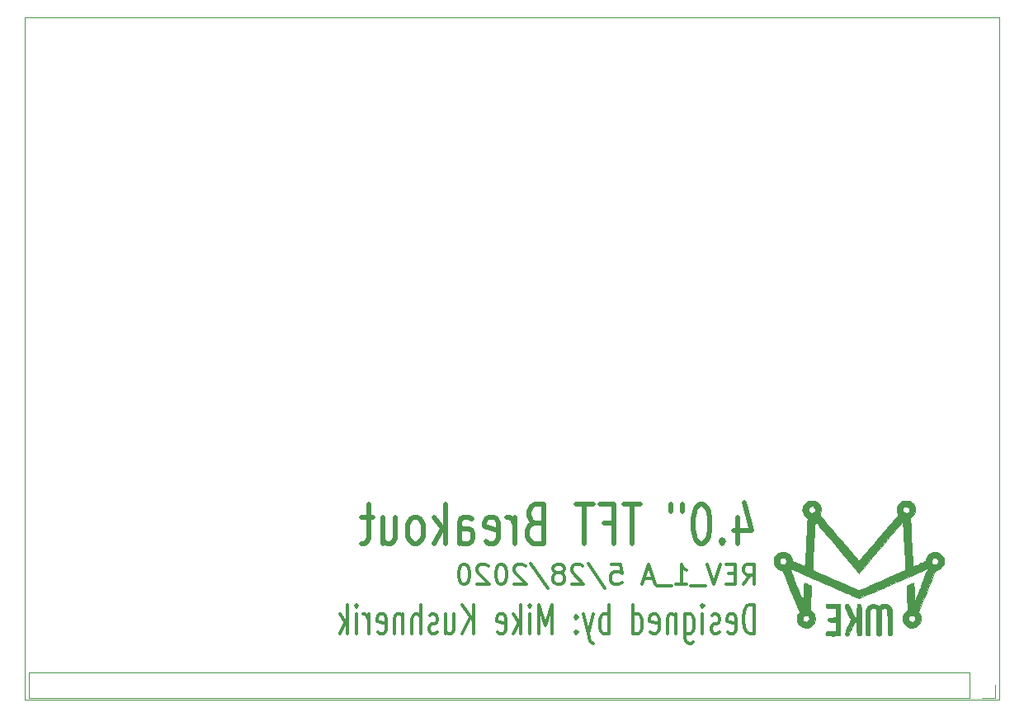
<source format=gbr>
G04 #@! TF.GenerationSoftware,KiCad,Pcbnew,(5.1.5)-3*
G04 #@! TF.CreationDate,2020-05-28T15:24:43-05:00*
G04 #@! TF.ProjectId,TFT Breakout 39P,54465420-4272-4656-916b-6f7574203339,rev?*
G04 #@! TF.SameCoordinates,Original*
G04 #@! TF.FileFunction,Legend,Bot*
G04 #@! TF.FilePolarity,Positive*
%FSLAX46Y46*%
G04 Gerber Fmt 4.6, Leading zero omitted, Abs format (unit mm)*
G04 Created by KiCad (PCBNEW (5.1.5)-3) date 2020-05-28 15:24:43*
%MOMM*%
%LPD*%
G04 APERTURE LIST*
%ADD10C,0.500000*%
%ADD11C,0.300000*%
G04 #@! TA.AperFunction,Profile*
%ADD12C,0.050000*%
G04 #@! TD*
%ADD13C,0.010000*%
%ADD14C,0.120000*%
G04 APERTURE END LIST*
D10*
X173166600Y-111289057D02*
X173166600Y-113955723D01*
X173880886Y-109765247D02*
X174595171Y-112622390D01*
X172738029Y-112622390D01*
X171595172Y-113574771D02*
X171452315Y-113765247D01*
X171595172Y-113955723D01*
X171738029Y-113765247D01*
X171595172Y-113574771D01*
X171595172Y-113955723D01*
X169595173Y-109955723D02*
X169309459Y-109955723D01*
X169023744Y-110146200D01*
X168880887Y-110336676D01*
X168738030Y-110717628D01*
X168595173Y-111479533D01*
X168595173Y-112431914D01*
X168738030Y-113193819D01*
X168880887Y-113574771D01*
X169023744Y-113765247D01*
X169309459Y-113955723D01*
X169595173Y-113955723D01*
X169880887Y-113765247D01*
X170023744Y-113574771D01*
X170166601Y-113193819D01*
X170309458Y-112431914D01*
X170309458Y-111479533D01*
X170166601Y-110717628D01*
X170023744Y-110336676D01*
X169880887Y-110146200D01*
X169595173Y-109955723D01*
X167452316Y-109955723D02*
X167452316Y-110717628D01*
X166309460Y-109955723D02*
X166309460Y-110717628D01*
X163166604Y-109955723D02*
X161452318Y-109955723D01*
X162309461Y-113955723D02*
X162309461Y-109955723D01*
X159452319Y-111860485D02*
X160452319Y-111860485D01*
X160452319Y-113955723D02*
X160452319Y-109955723D01*
X159023748Y-109955723D01*
X158309462Y-109955723D02*
X156595177Y-109955723D01*
X157452320Y-113955723D02*
X157452320Y-109955723D01*
X152309464Y-111860485D02*
X151880893Y-112050961D01*
X151738036Y-112241438D01*
X151595179Y-112622390D01*
X151595179Y-113193819D01*
X151738036Y-113574771D01*
X151880893Y-113765247D01*
X152166607Y-113955723D01*
X153309464Y-113955723D01*
X153309464Y-109955723D01*
X152309464Y-109955723D01*
X152023750Y-110146200D01*
X151880893Y-110336676D01*
X151738036Y-110717628D01*
X151738036Y-111098580D01*
X151880893Y-111479533D01*
X152023750Y-111670009D01*
X152309464Y-111860485D01*
X153309464Y-111860485D01*
X150309465Y-113955723D02*
X150309465Y-111289057D01*
X150309465Y-112050961D02*
X150166608Y-111670009D01*
X150023751Y-111479533D01*
X149738037Y-111289057D01*
X149452322Y-111289057D01*
X147309466Y-113765247D02*
X147595180Y-113955723D01*
X148166609Y-113955723D01*
X148452323Y-113765247D01*
X148595180Y-113384295D01*
X148595180Y-111860485D01*
X148452323Y-111479533D01*
X148166609Y-111289057D01*
X147595180Y-111289057D01*
X147309466Y-111479533D01*
X147166609Y-111860485D01*
X147166609Y-112241438D01*
X148595180Y-112622390D01*
X144595181Y-113955723D02*
X144595181Y-111860485D01*
X144738038Y-111479533D01*
X145023752Y-111289057D01*
X145595181Y-111289057D01*
X145880895Y-111479533D01*
X144595181Y-113765247D02*
X144880895Y-113955723D01*
X145595181Y-113955723D01*
X145880895Y-113765247D01*
X146023752Y-113384295D01*
X146023752Y-113003342D01*
X145880895Y-112622390D01*
X145595181Y-112431914D01*
X144880895Y-112431914D01*
X144595181Y-112241438D01*
X143166610Y-113955723D02*
X143166610Y-109955723D01*
X142880896Y-112431914D02*
X142023753Y-113955723D01*
X142023753Y-111289057D02*
X143166610Y-112812866D01*
X140309468Y-113955723D02*
X140595182Y-113765247D01*
X140738040Y-113574771D01*
X140880897Y-113193819D01*
X140880897Y-112050961D01*
X140738040Y-111670009D01*
X140595182Y-111479533D01*
X140309468Y-111289057D01*
X139880897Y-111289057D01*
X139595183Y-111479533D01*
X139452326Y-111670009D01*
X139309469Y-112050961D01*
X139309469Y-113193819D01*
X139452326Y-113574771D01*
X139595183Y-113765247D01*
X139880897Y-113955723D01*
X140309468Y-113955723D01*
X136738041Y-111289057D02*
X136738041Y-113955723D01*
X138023755Y-111289057D02*
X138023755Y-113384295D01*
X137880898Y-113765247D01*
X137595183Y-113955723D01*
X137166612Y-113955723D01*
X136880898Y-113765247D01*
X136738041Y-113574771D01*
X135738041Y-111289057D02*
X134595184Y-111289057D01*
X135309470Y-109955723D02*
X135309470Y-113384295D01*
X135166613Y-113765247D01*
X134880899Y-113955723D01*
X134595184Y-113955723D01*
D11*
X174896609Y-123231542D02*
X174896609Y-120231542D01*
X174420419Y-120231542D01*
X174134704Y-120374400D01*
X173944228Y-120660114D01*
X173848990Y-120945828D01*
X173753752Y-121517257D01*
X173753752Y-121945828D01*
X173848990Y-122517257D01*
X173944228Y-122802971D01*
X174134704Y-123088685D01*
X174420419Y-123231542D01*
X174896609Y-123231542D01*
X172134704Y-123088685D02*
X172325180Y-123231542D01*
X172706133Y-123231542D01*
X172896609Y-123088685D01*
X172991847Y-122802971D01*
X172991847Y-121660114D01*
X172896609Y-121374400D01*
X172706133Y-121231542D01*
X172325180Y-121231542D01*
X172134704Y-121374400D01*
X172039466Y-121660114D01*
X172039466Y-121945828D01*
X172991847Y-122231542D01*
X171277561Y-123088685D02*
X171087085Y-123231542D01*
X170706133Y-123231542D01*
X170515657Y-123088685D01*
X170420419Y-122802971D01*
X170420419Y-122660114D01*
X170515657Y-122374400D01*
X170706133Y-122231542D01*
X170991847Y-122231542D01*
X171182323Y-122088685D01*
X171277561Y-121802971D01*
X171277561Y-121660114D01*
X171182323Y-121374400D01*
X170991847Y-121231542D01*
X170706133Y-121231542D01*
X170515657Y-121374400D01*
X169563276Y-123231542D02*
X169563276Y-121231542D01*
X169563276Y-120231542D02*
X169658514Y-120374400D01*
X169563276Y-120517257D01*
X169468038Y-120374400D01*
X169563276Y-120231542D01*
X169563276Y-120517257D01*
X167753752Y-121231542D02*
X167753752Y-123660114D01*
X167848990Y-123945828D01*
X167944228Y-124088685D01*
X168134704Y-124231542D01*
X168420419Y-124231542D01*
X168610895Y-124088685D01*
X167753752Y-123088685D02*
X167944228Y-123231542D01*
X168325180Y-123231542D01*
X168515657Y-123088685D01*
X168610895Y-122945828D01*
X168706133Y-122660114D01*
X168706133Y-121802971D01*
X168610895Y-121517257D01*
X168515657Y-121374400D01*
X168325180Y-121231542D01*
X167944228Y-121231542D01*
X167753752Y-121374400D01*
X166801371Y-121231542D02*
X166801371Y-123231542D01*
X166801371Y-121517257D02*
X166706133Y-121374400D01*
X166515657Y-121231542D01*
X166229942Y-121231542D01*
X166039466Y-121374400D01*
X165944228Y-121660114D01*
X165944228Y-123231542D01*
X164229942Y-123088685D02*
X164420419Y-123231542D01*
X164801371Y-123231542D01*
X164991847Y-123088685D01*
X165087085Y-122802971D01*
X165087085Y-121660114D01*
X164991847Y-121374400D01*
X164801371Y-121231542D01*
X164420419Y-121231542D01*
X164229942Y-121374400D01*
X164134704Y-121660114D01*
X164134704Y-121945828D01*
X165087085Y-122231542D01*
X162420419Y-123231542D02*
X162420419Y-120231542D01*
X162420419Y-123088685D02*
X162610895Y-123231542D01*
X162991847Y-123231542D01*
X163182323Y-123088685D01*
X163277561Y-122945828D01*
X163372800Y-122660114D01*
X163372800Y-121802971D01*
X163277561Y-121517257D01*
X163182323Y-121374400D01*
X162991847Y-121231542D01*
X162610895Y-121231542D01*
X162420419Y-121374400D01*
X159944228Y-123231542D02*
X159944228Y-120231542D01*
X159944228Y-121374400D02*
X159753752Y-121231542D01*
X159372800Y-121231542D01*
X159182323Y-121374400D01*
X159087085Y-121517257D01*
X158991847Y-121802971D01*
X158991847Y-122660114D01*
X159087085Y-122945828D01*
X159182323Y-123088685D01*
X159372800Y-123231542D01*
X159753752Y-123231542D01*
X159944228Y-123088685D01*
X158325180Y-121231542D02*
X157848990Y-123231542D01*
X157372800Y-121231542D02*
X157848990Y-123231542D01*
X158039466Y-123945828D01*
X158134704Y-124088685D01*
X158325180Y-124231542D01*
X156610895Y-122945828D02*
X156515657Y-123088685D01*
X156610895Y-123231542D01*
X156706133Y-123088685D01*
X156610895Y-122945828D01*
X156610895Y-123231542D01*
X156610895Y-121374400D02*
X156515657Y-121517257D01*
X156610895Y-121660114D01*
X156706133Y-121517257D01*
X156610895Y-121374400D01*
X156610895Y-121660114D01*
X154134704Y-123231542D02*
X154134704Y-120231542D01*
X153468038Y-122374400D01*
X152801371Y-120231542D01*
X152801371Y-123231542D01*
X151848990Y-123231542D02*
X151848990Y-121231542D01*
X151848990Y-120231542D02*
X151944228Y-120374400D01*
X151848990Y-120517257D01*
X151753752Y-120374400D01*
X151848990Y-120231542D01*
X151848990Y-120517257D01*
X150896609Y-123231542D02*
X150896609Y-120231542D01*
X150706133Y-122088685D02*
X150134704Y-123231542D01*
X150134704Y-121231542D02*
X150896609Y-122374400D01*
X148515657Y-123088685D02*
X148706133Y-123231542D01*
X149087085Y-123231542D01*
X149277561Y-123088685D01*
X149372800Y-122802971D01*
X149372800Y-121660114D01*
X149277561Y-121374400D01*
X149087085Y-121231542D01*
X148706133Y-121231542D01*
X148515657Y-121374400D01*
X148420419Y-121660114D01*
X148420419Y-121945828D01*
X149372800Y-122231542D01*
X146039466Y-123231542D02*
X146039466Y-120231542D01*
X144896609Y-123231542D02*
X145753752Y-121517257D01*
X144896609Y-120231542D02*
X146039466Y-121945828D01*
X143182323Y-121231542D02*
X143182323Y-123231542D01*
X144039466Y-121231542D02*
X144039466Y-122802971D01*
X143944228Y-123088685D01*
X143753752Y-123231542D01*
X143468038Y-123231542D01*
X143277561Y-123088685D01*
X143182323Y-122945828D01*
X142325180Y-123088685D02*
X142134704Y-123231542D01*
X141753752Y-123231542D01*
X141563276Y-123088685D01*
X141468038Y-122802971D01*
X141468038Y-122660114D01*
X141563276Y-122374400D01*
X141753752Y-122231542D01*
X142039466Y-122231542D01*
X142229942Y-122088685D01*
X142325180Y-121802971D01*
X142325180Y-121660114D01*
X142229942Y-121374400D01*
X142039466Y-121231542D01*
X141753752Y-121231542D01*
X141563276Y-121374400D01*
X140610895Y-123231542D02*
X140610895Y-120231542D01*
X139753752Y-123231542D02*
X139753752Y-121660114D01*
X139848990Y-121374400D01*
X140039466Y-121231542D01*
X140325180Y-121231542D01*
X140515657Y-121374400D01*
X140610895Y-121517257D01*
X138801371Y-121231542D02*
X138801371Y-123231542D01*
X138801371Y-121517257D02*
X138706133Y-121374400D01*
X138515657Y-121231542D01*
X138229942Y-121231542D01*
X138039466Y-121374400D01*
X137944228Y-121660114D01*
X137944228Y-123231542D01*
X136229942Y-123088685D02*
X136420419Y-123231542D01*
X136801371Y-123231542D01*
X136991847Y-123088685D01*
X137087085Y-122802971D01*
X137087085Y-121660114D01*
X136991847Y-121374400D01*
X136801371Y-121231542D01*
X136420419Y-121231542D01*
X136229942Y-121374400D01*
X136134704Y-121660114D01*
X136134704Y-121945828D01*
X137087085Y-122231542D01*
X135277561Y-123231542D02*
X135277561Y-121231542D01*
X135277561Y-121802971D02*
X135182323Y-121517257D01*
X135087085Y-121374400D01*
X134896609Y-121231542D01*
X134706133Y-121231542D01*
X134039466Y-123231542D02*
X134039466Y-121231542D01*
X134039466Y-120231542D02*
X134134704Y-120374400D01*
X134039466Y-120517257D01*
X133944228Y-120374400D01*
X134039466Y-120231542D01*
X134039466Y-120517257D01*
X133087085Y-123231542D02*
X133087085Y-120231542D01*
X132896609Y-122088685D02*
X132325180Y-123231542D01*
X132325180Y-121231542D02*
X133087085Y-122374400D01*
X173753752Y-118130961D02*
X174420419Y-117178580D01*
X174896609Y-118130961D02*
X174896609Y-116130961D01*
X174134704Y-116130961D01*
X173944228Y-116226200D01*
X173848990Y-116321438D01*
X173753752Y-116511914D01*
X173753752Y-116797628D01*
X173848990Y-116988104D01*
X173944228Y-117083342D01*
X174134704Y-117178580D01*
X174896609Y-117178580D01*
X172896609Y-117083342D02*
X172229942Y-117083342D01*
X171944228Y-118130961D02*
X172896609Y-118130961D01*
X172896609Y-116130961D01*
X171944228Y-116130961D01*
X171372800Y-116130961D02*
X170706133Y-118130961D01*
X170039466Y-116130961D01*
X169848990Y-118321438D02*
X168325180Y-118321438D01*
X166801371Y-118130961D02*
X167944228Y-118130961D01*
X167372800Y-118130961D02*
X167372800Y-116130961D01*
X167563276Y-116416676D01*
X167753752Y-116607152D01*
X167944228Y-116702390D01*
X166420419Y-118321438D02*
X164896609Y-118321438D01*
X164515657Y-117559533D02*
X163563276Y-117559533D01*
X164706133Y-118130961D02*
X164039466Y-116130961D01*
X163372800Y-118130961D01*
X160229942Y-116130961D02*
X161182323Y-116130961D01*
X161277561Y-117083342D01*
X161182323Y-116988104D01*
X160991847Y-116892866D01*
X160515657Y-116892866D01*
X160325180Y-116988104D01*
X160229942Y-117083342D01*
X160134704Y-117273819D01*
X160134704Y-117750009D01*
X160229942Y-117940485D01*
X160325180Y-118035723D01*
X160515657Y-118130961D01*
X160991847Y-118130961D01*
X161182323Y-118035723D01*
X161277561Y-117940485D01*
X157848990Y-116035723D02*
X159563276Y-118607152D01*
X157277561Y-116321438D02*
X157182323Y-116226200D01*
X156991847Y-116130961D01*
X156515657Y-116130961D01*
X156325180Y-116226200D01*
X156229942Y-116321438D01*
X156134704Y-116511914D01*
X156134704Y-116702390D01*
X156229942Y-116988104D01*
X157372800Y-118130961D01*
X156134704Y-118130961D01*
X154991847Y-116988104D02*
X155182323Y-116892866D01*
X155277561Y-116797628D01*
X155372800Y-116607152D01*
X155372800Y-116511914D01*
X155277561Y-116321438D01*
X155182323Y-116226200D01*
X154991847Y-116130961D01*
X154610895Y-116130961D01*
X154420419Y-116226200D01*
X154325180Y-116321438D01*
X154229942Y-116511914D01*
X154229942Y-116607152D01*
X154325180Y-116797628D01*
X154420419Y-116892866D01*
X154610895Y-116988104D01*
X154991847Y-116988104D01*
X155182323Y-117083342D01*
X155277561Y-117178580D01*
X155372800Y-117369057D01*
X155372800Y-117750009D01*
X155277561Y-117940485D01*
X155182323Y-118035723D01*
X154991847Y-118130961D01*
X154610895Y-118130961D01*
X154420419Y-118035723D01*
X154325180Y-117940485D01*
X154229942Y-117750009D01*
X154229942Y-117369057D01*
X154325180Y-117178580D01*
X154420419Y-117083342D01*
X154610895Y-116988104D01*
X151944228Y-116035723D02*
X153658514Y-118607152D01*
X151372800Y-116321438D02*
X151277561Y-116226200D01*
X151087085Y-116130961D01*
X150610895Y-116130961D01*
X150420419Y-116226200D01*
X150325180Y-116321438D01*
X150229942Y-116511914D01*
X150229942Y-116702390D01*
X150325180Y-116988104D01*
X151468038Y-118130961D01*
X150229942Y-118130961D01*
X148991847Y-116130961D02*
X148801371Y-116130961D01*
X148610895Y-116226200D01*
X148515657Y-116321438D01*
X148420419Y-116511914D01*
X148325180Y-116892866D01*
X148325180Y-117369057D01*
X148420419Y-117750009D01*
X148515657Y-117940485D01*
X148610895Y-118035723D01*
X148801371Y-118130961D01*
X148991847Y-118130961D01*
X149182323Y-118035723D01*
X149277561Y-117940485D01*
X149372800Y-117750009D01*
X149468038Y-117369057D01*
X149468038Y-116892866D01*
X149372800Y-116511914D01*
X149277561Y-116321438D01*
X149182323Y-116226200D01*
X148991847Y-116130961D01*
X147563276Y-116321438D02*
X147468038Y-116226200D01*
X147277561Y-116130961D01*
X146801371Y-116130961D01*
X146610895Y-116226200D01*
X146515657Y-116321438D01*
X146420419Y-116511914D01*
X146420419Y-116702390D01*
X146515657Y-116988104D01*
X147658514Y-118130961D01*
X146420419Y-118130961D01*
X145182323Y-116130961D02*
X144991847Y-116130961D01*
X144801371Y-116226200D01*
X144706133Y-116321438D01*
X144610895Y-116511914D01*
X144515657Y-116892866D01*
X144515657Y-117369057D01*
X144610895Y-117750009D01*
X144706133Y-117940485D01*
X144801371Y-118035723D01*
X144991847Y-118130961D01*
X145182323Y-118130961D01*
X145372800Y-118035723D01*
X145468038Y-117940485D01*
X145563276Y-117750009D01*
X145658514Y-117369057D01*
X145658514Y-116892866D01*
X145563276Y-116511914D01*
X145468038Y-116321438D01*
X145372800Y-116226200D01*
X145182323Y-116130961D01*
D12*
X200000000Y-60000000D02*
X100000000Y-60000000D01*
X200000000Y-130000000D02*
X200000000Y-60000000D01*
X100000000Y-130000000D02*
X100000000Y-60000000D01*
X100000000Y-130000000D02*
X200000000Y-130000000D01*
D13*
G04 #@! TO.C,G\002A\002A\002A*
G36*
X188013378Y-120180578D02*
G01*
X187810731Y-120268426D01*
X187746282Y-120311862D01*
X187672328Y-120360078D01*
X187628004Y-120366292D01*
X187601282Y-120344764D01*
X187549985Y-120306149D01*
X187459107Y-120256269D01*
X187387444Y-120223063D01*
X187172675Y-120164397D01*
X186959444Y-120167101D01*
X186758563Y-120225712D01*
X186580844Y-120334766D01*
X186437098Y-120488798D01*
X186338138Y-120682347D01*
X186314491Y-120765267D01*
X186305236Y-120839859D01*
X186297366Y-120969793D01*
X186290892Y-121145305D01*
X186285826Y-121356630D01*
X186282182Y-121594004D01*
X186279971Y-121847662D01*
X186279206Y-122107839D01*
X186279899Y-122364771D01*
X186282062Y-122608693D01*
X186285707Y-122829841D01*
X186290847Y-123018449D01*
X186297495Y-123164755D01*
X186305661Y-123258992D01*
X186311320Y-123286545D01*
X186378709Y-123383021D01*
X186478013Y-123425053D01*
X186593718Y-123406547D01*
X186604496Y-123401661D01*
X186701467Y-123355214D01*
X186718400Y-122074357D01*
X186735334Y-120793501D01*
X186845934Y-120694717D01*
X186975099Y-120616800D01*
X187110760Y-120597262D01*
X187237762Y-120633569D01*
X187340949Y-120723186D01*
X187377168Y-120783544D01*
X187391372Y-120822339D01*
X187402836Y-120877300D01*
X187411837Y-120955320D01*
X187418650Y-121063295D01*
X187423549Y-121208118D01*
X187426809Y-121396685D01*
X187428707Y-121635889D01*
X187429517Y-121932626D01*
X187429600Y-122097193D01*
X187429600Y-123300350D01*
X187518834Y-123370542D01*
X187592029Y-123418999D01*
X187647657Y-123440655D01*
X187649734Y-123440733D01*
X187703323Y-123421206D01*
X187776353Y-123373871D01*
X187780633Y-123370542D01*
X187869867Y-123300350D01*
X187869867Y-122081927D01*
X187870149Y-121742310D01*
X187871557Y-121463865D01*
X187874931Y-121240032D01*
X187881112Y-121064249D01*
X187890942Y-120929955D01*
X187905262Y-120830590D01*
X187924912Y-120759593D01*
X187950735Y-120710403D01*
X187983570Y-120676460D01*
X188024260Y-120651202D01*
X188055187Y-120636393D01*
X188207632Y-120598137D01*
X188349157Y-120623556D01*
X188435245Y-120677621D01*
X188530267Y-120759309D01*
X188547200Y-122035321D01*
X188564134Y-123311333D01*
X188644085Y-123376033D01*
X188747650Y-123432912D01*
X188846184Y-123424618D01*
X188924448Y-123375961D01*
X189004400Y-123311188D01*
X189004400Y-122029761D01*
X189004288Y-121701002D01*
X189003708Y-121432925D01*
X189002297Y-121218477D01*
X188999689Y-121050607D01*
X188995520Y-120922263D01*
X188989426Y-120826394D01*
X188981042Y-120755946D01*
X188970004Y-120703869D01*
X188955948Y-120663110D01*
X188938508Y-120626619D01*
X188931168Y-120612867D01*
X188793094Y-120418527D01*
X188622450Y-120275632D01*
X188429065Y-120186678D01*
X188222766Y-120154161D01*
X188013378Y-120180578D01*
G37*
X188013378Y-120180578D02*
X187810731Y-120268426D01*
X187746282Y-120311862D01*
X187672328Y-120360078D01*
X187628004Y-120366292D01*
X187601282Y-120344764D01*
X187549985Y-120306149D01*
X187459107Y-120256269D01*
X187387444Y-120223063D01*
X187172675Y-120164397D01*
X186959444Y-120167101D01*
X186758563Y-120225712D01*
X186580844Y-120334766D01*
X186437098Y-120488798D01*
X186338138Y-120682347D01*
X186314491Y-120765267D01*
X186305236Y-120839859D01*
X186297366Y-120969793D01*
X186290892Y-121145305D01*
X186285826Y-121356630D01*
X186282182Y-121594004D01*
X186279971Y-121847662D01*
X186279206Y-122107839D01*
X186279899Y-122364771D01*
X186282062Y-122608693D01*
X186285707Y-122829841D01*
X186290847Y-123018449D01*
X186297495Y-123164755D01*
X186305661Y-123258992D01*
X186311320Y-123286545D01*
X186378709Y-123383021D01*
X186478013Y-123425053D01*
X186593718Y-123406547D01*
X186604496Y-123401661D01*
X186701467Y-123355214D01*
X186718400Y-122074357D01*
X186735334Y-120793501D01*
X186845934Y-120694717D01*
X186975099Y-120616800D01*
X187110760Y-120597262D01*
X187237762Y-120633569D01*
X187340949Y-120723186D01*
X187377168Y-120783544D01*
X187391372Y-120822339D01*
X187402836Y-120877300D01*
X187411837Y-120955320D01*
X187418650Y-121063295D01*
X187423549Y-121208118D01*
X187426809Y-121396685D01*
X187428707Y-121635889D01*
X187429517Y-121932626D01*
X187429600Y-122097193D01*
X187429600Y-123300350D01*
X187518834Y-123370542D01*
X187592029Y-123418999D01*
X187647657Y-123440655D01*
X187649734Y-123440733D01*
X187703323Y-123421206D01*
X187776353Y-123373871D01*
X187780633Y-123370542D01*
X187869867Y-123300350D01*
X187869867Y-122081927D01*
X187870149Y-121742310D01*
X187871557Y-121463865D01*
X187874931Y-121240032D01*
X187881112Y-121064249D01*
X187890942Y-120929955D01*
X187905262Y-120830590D01*
X187924912Y-120759593D01*
X187950735Y-120710403D01*
X187983570Y-120676460D01*
X188024260Y-120651202D01*
X188055187Y-120636393D01*
X188207632Y-120598137D01*
X188349157Y-120623556D01*
X188435245Y-120677621D01*
X188530267Y-120759309D01*
X188547200Y-122035321D01*
X188564134Y-123311333D01*
X188644085Y-123376033D01*
X188747650Y-123432912D01*
X188846184Y-123424618D01*
X188924448Y-123375961D01*
X189004400Y-123311188D01*
X189004400Y-122029761D01*
X189004288Y-121701002D01*
X189003708Y-121432925D01*
X189002297Y-121218477D01*
X188999689Y-121050607D01*
X188995520Y-120922263D01*
X188989426Y-120826394D01*
X188981042Y-120755946D01*
X188970004Y-120703869D01*
X188955948Y-120663110D01*
X188938508Y-120626619D01*
X188931168Y-120612867D01*
X188793094Y-120418527D01*
X188622450Y-120275632D01*
X188429065Y-120186678D01*
X188222766Y-120154161D01*
X188013378Y-120180578D01*
G36*
X185477693Y-120195247D02*
G01*
X185453649Y-120217600D01*
X185432931Y-120249413D01*
X185417910Y-120298828D01*
X185407727Y-120375882D01*
X185401521Y-120490610D01*
X185398432Y-120653052D01*
X185397600Y-120871527D01*
X185396128Y-121111943D01*
X185390432Y-121292534D01*
X185378590Y-121421167D01*
X185358681Y-121505710D01*
X185328784Y-121554033D01*
X185286979Y-121574003D01*
X185231342Y-121573488D01*
X185226369Y-121572816D01*
X185195841Y-121562166D01*
X185163632Y-121533987D01*
X185125481Y-121480763D01*
X185077128Y-121394978D01*
X185014315Y-121269117D01*
X184932780Y-121095662D01*
X184835850Y-120883800D01*
X184731367Y-120655945D01*
X184649282Y-120482767D01*
X184585345Y-120356672D01*
X184535309Y-120270063D01*
X184494922Y-120215348D01*
X184459937Y-120184930D01*
X184439281Y-120175009D01*
X184326878Y-120164589D01*
X184228178Y-120205840D01*
X184164753Y-120288452D01*
X184158110Y-120309382D01*
X184157061Y-120354848D01*
X184173116Y-120426485D01*
X184208914Y-120531393D01*
X184267096Y-120676673D01*
X184350302Y-120869426D01*
X184445043Y-121081137D01*
X184534835Y-121280768D01*
X184614372Y-121459669D01*
X184679644Y-121608649D01*
X184726641Y-121718517D01*
X184751352Y-121780080D01*
X184754133Y-121789573D01*
X184740789Y-121826465D01*
X184703439Y-121915764D01*
X184646107Y-122048218D01*
X184572814Y-122214572D01*
X184487586Y-122405573D01*
X184449333Y-122490619D01*
X184359814Y-122692141D01*
X184280690Y-122875925D01*
X184216054Y-123031995D01*
X184170000Y-123150371D01*
X184146621Y-123221078D01*
X184144533Y-123233524D01*
X184171349Y-123299483D01*
X184235632Y-123370806D01*
X184313134Y-123424943D01*
X184367346Y-123440733D01*
X184422170Y-123423625D01*
X184482871Y-123368738D01*
X184552824Y-123270728D01*
X184635408Y-123124248D01*
X184733999Y-122923955D01*
X184838140Y-122695667D01*
X184949370Y-122448984D01*
X185038939Y-122260006D01*
X185110821Y-122123746D01*
X185168992Y-122035213D01*
X185217427Y-121989419D01*
X185260102Y-121981376D01*
X185300992Y-122006094D01*
X185344072Y-122058584D01*
X185344880Y-122059735D01*
X185364985Y-122100686D01*
X185379473Y-122164017D01*
X185389151Y-122259736D01*
X185394827Y-122397851D01*
X185397306Y-122588372D01*
X185397600Y-122713662D01*
X185398693Y-122943420D01*
X185403512Y-123114799D01*
X185414369Y-123237138D01*
X185433576Y-123319778D01*
X185463444Y-123372058D01*
X185506284Y-123403318D01*
X185564408Y-123422898D01*
X185573696Y-123425190D01*
X185653758Y-123427766D01*
X185727388Y-123383674D01*
X185751496Y-123360850D01*
X185837867Y-123274479D01*
X185837867Y-121804306D01*
X185837780Y-121450244D01*
X185837331Y-121157611D01*
X185836235Y-120920103D01*
X185834210Y-120731416D01*
X185830970Y-120585247D01*
X185826233Y-120475291D01*
X185819714Y-120395244D01*
X185811131Y-120338802D01*
X185800199Y-120299661D01*
X185786634Y-120271517D01*
X185770152Y-120248067D01*
X185767675Y-120244900D01*
X185677662Y-120174395D01*
X185573837Y-120157221D01*
X185477693Y-120195247D01*
G37*
X185477693Y-120195247D02*
X185453649Y-120217600D01*
X185432931Y-120249413D01*
X185417910Y-120298828D01*
X185407727Y-120375882D01*
X185401521Y-120490610D01*
X185398432Y-120653052D01*
X185397600Y-120871527D01*
X185396128Y-121111943D01*
X185390432Y-121292534D01*
X185378590Y-121421167D01*
X185358681Y-121505710D01*
X185328784Y-121554033D01*
X185286979Y-121574003D01*
X185231342Y-121573488D01*
X185226369Y-121572816D01*
X185195841Y-121562166D01*
X185163632Y-121533987D01*
X185125481Y-121480763D01*
X185077128Y-121394978D01*
X185014315Y-121269117D01*
X184932780Y-121095662D01*
X184835850Y-120883800D01*
X184731367Y-120655945D01*
X184649282Y-120482767D01*
X184585345Y-120356672D01*
X184535309Y-120270063D01*
X184494922Y-120215348D01*
X184459937Y-120184930D01*
X184439281Y-120175009D01*
X184326878Y-120164589D01*
X184228178Y-120205840D01*
X184164753Y-120288452D01*
X184158110Y-120309382D01*
X184157061Y-120354848D01*
X184173116Y-120426485D01*
X184208914Y-120531393D01*
X184267096Y-120676673D01*
X184350302Y-120869426D01*
X184445043Y-121081137D01*
X184534835Y-121280768D01*
X184614372Y-121459669D01*
X184679644Y-121608649D01*
X184726641Y-121718517D01*
X184751352Y-121780080D01*
X184754133Y-121789573D01*
X184740789Y-121826465D01*
X184703439Y-121915764D01*
X184646107Y-122048218D01*
X184572814Y-122214572D01*
X184487586Y-122405573D01*
X184449333Y-122490619D01*
X184359814Y-122692141D01*
X184280690Y-122875925D01*
X184216054Y-123031995D01*
X184170000Y-123150371D01*
X184146621Y-123221078D01*
X184144533Y-123233524D01*
X184171349Y-123299483D01*
X184235632Y-123370806D01*
X184313134Y-123424943D01*
X184367346Y-123440733D01*
X184422170Y-123423625D01*
X184482871Y-123368738D01*
X184552824Y-123270728D01*
X184635408Y-123124248D01*
X184733999Y-122923955D01*
X184838140Y-122695667D01*
X184949370Y-122448984D01*
X185038939Y-122260006D01*
X185110821Y-122123746D01*
X185168992Y-122035213D01*
X185217427Y-121989419D01*
X185260102Y-121981376D01*
X185300992Y-122006094D01*
X185344072Y-122058584D01*
X185344880Y-122059735D01*
X185364985Y-122100686D01*
X185379473Y-122164017D01*
X185389151Y-122259736D01*
X185394827Y-122397851D01*
X185397306Y-122588372D01*
X185397600Y-122713662D01*
X185398693Y-122943420D01*
X185403512Y-123114799D01*
X185414369Y-123237138D01*
X185433576Y-123319778D01*
X185463444Y-123372058D01*
X185506284Y-123403318D01*
X185564408Y-123422898D01*
X185573696Y-123425190D01*
X185653758Y-123427766D01*
X185727388Y-123383674D01*
X185751496Y-123360850D01*
X185837867Y-123274479D01*
X185837867Y-121804306D01*
X185837780Y-121450244D01*
X185837331Y-121157611D01*
X185836235Y-120920103D01*
X185834210Y-120731416D01*
X185830970Y-120585247D01*
X185826233Y-120475291D01*
X185819714Y-120395244D01*
X185811131Y-120338802D01*
X185800199Y-120299661D01*
X185786634Y-120271517D01*
X185770152Y-120248067D01*
X185767675Y-120244900D01*
X185677662Y-120174395D01*
X185573837Y-120157221D01*
X185477693Y-120195247D01*
G36*
X182709943Y-120156211D02*
G01*
X182541533Y-120158415D01*
X182421452Y-120163139D01*
X182340002Y-120171239D01*
X182287484Y-120183573D01*
X182254197Y-120201001D01*
X182236316Y-120217600D01*
X182187243Y-120317316D01*
X182191583Y-120430047D01*
X182248000Y-120528200D01*
X182280930Y-120555326D01*
X182324135Y-120574113D01*
X182389630Y-120586063D01*
X182489427Y-120592678D01*
X182635538Y-120595459D01*
X182789867Y-120595933D01*
X183264000Y-120595933D01*
X183264000Y-121066443D01*
X183262941Y-121257761D01*
X183259009Y-121391742D01*
X183251072Y-121478759D01*
X183238000Y-121529187D01*
X183218659Y-121553398D01*
X183210430Y-121557510D01*
X183154848Y-121566339D01*
X183049228Y-121573269D01*
X182911259Y-121577362D01*
X182822884Y-121578067D01*
X182667963Y-121579294D01*
X182566203Y-121584866D01*
X182503051Y-121597615D01*
X182463952Y-121620373D01*
X182436187Y-121653335D01*
X182388560Y-121758542D01*
X182405243Y-121855272D01*
X182466594Y-121935206D01*
X182508484Y-121972491D01*
X182554571Y-121996590D01*
X182619969Y-122010356D01*
X182719794Y-122016643D01*
X182869161Y-122018305D01*
X182906861Y-122018333D01*
X183264000Y-122018333D01*
X183264000Y-122961480D01*
X182793313Y-122972507D01*
X182600386Y-122978145D01*
X182463188Y-122985643D01*
X182369718Y-122996673D01*
X182307972Y-123012911D01*
X182265947Y-123036028D01*
X182251447Y-123048049D01*
X182197956Y-123127006D01*
X182180785Y-123200449D01*
X182187893Y-123278626D01*
X182213471Y-123338013D01*
X182265464Y-123381083D01*
X182351817Y-123410315D01*
X182480476Y-123428183D01*
X182659387Y-123437164D01*
X182896496Y-123439735D01*
X182948507Y-123439703D01*
X183187698Y-123436839D01*
X183376661Y-123429426D01*
X183509810Y-123417811D01*
X183581561Y-123402337D01*
X183585733Y-123400264D01*
X183650773Y-123354023D01*
X183678348Y-123325094D01*
X183683522Y-123284558D01*
X183688354Y-123183300D01*
X183692730Y-123028333D01*
X183696535Y-122826667D01*
X183699653Y-122585316D01*
X183701970Y-122311290D01*
X183703370Y-122011601D01*
X183703748Y-121778049D01*
X183703738Y-121417909D01*
X183703279Y-121119447D01*
X183702134Y-120876604D01*
X183700066Y-120683327D01*
X183696836Y-120533557D01*
X183692208Y-120421239D01*
X183685944Y-120340316D01*
X183677806Y-120284733D01*
X183667558Y-120248432D01*
X183654962Y-120225359D01*
X183642333Y-120211715D01*
X183611930Y-120191794D01*
X183564724Y-120177123D01*
X183491141Y-120166941D01*
X183381606Y-120160489D01*
X183226544Y-120157006D01*
X183016382Y-120155732D01*
X182936382Y-120155667D01*
X182709943Y-120156211D01*
G37*
X182709943Y-120156211D02*
X182541533Y-120158415D01*
X182421452Y-120163139D01*
X182340002Y-120171239D01*
X182287484Y-120183573D01*
X182254197Y-120201001D01*
X182236316Y-120217600D01*
X182187243Y-120317316D01*
X182191583Y-120430047D01*
X182248000Y-120528200D01*
X182280930Y-120555326D01*
X182324135Y-120574113D01*
X182389630Y-120586063D01*
X182489427Y-120592678D01*
X182635538Y-120595459D01*
X182789867Y-120595933D01*
X183264000Y-120595933D01*
X183264000Y-121066443D01*
X183262941Y-121257761D01*
X183259009Y-121391742D01*
X183251072Y-121478759D01*
X183238000Y-121529187D01*
X183218659Y-121553398D01*
X183210430Y-121557510D01*
X183154848Y-121566339D01*
X183049228Y-121573269D01*
X182911259Y-121577362D01*
X182822884Y-121578067D01*
X182667963Y-121579294D01*
X182566203Y-121584866D01*
X182503051Y-121597615D01*
X182463952Y-121620373D01*
X182436187Y-121653335D01*
X182388560Y-121758542D01*
X182405243Y-121855272D01*
X182466594Y-121935206D01*
X182508484Y-121972491D01*
X182554571Y-121996590D01*
X182619969Y-122010356D01*
X182719794Y-122016643D01*
X182869161Y-122018305D01*
X182906861Y-122018333D01*
X183264000Y-122018333D01*
X183264000Y-122961480D01*
X182793313Y-122972507D01*
X182600386Y-122978145D01*
X182463188Y-122985643D01*
X182369718Y-122996673D01*
X182307972Y-123012911D01*
X182265947Y-123036028D01*
X182251447Y-123048049D01*
X182197956Y-123127006D01*
X182180785Y-123200449D01*
X182187893Y-123278626D01*
X182213471Y-123338013D01*
X182265464Y-123381083D01*
X182351817Y-123410315D01*
X182480476Y-123428183D01*
X182659387Y-123437164D01*
X182896496Y-123439735D01*
X182948507Y-123439703D01*
X183187698Y-123436839D01*
X183376661Y-123429426D01*
X183509810Y-123417811D01*
X183581561Y-123402337D01*
X183585733Y-123400264D01*
X183650773Y-123354023D01*
X183678348Y-123325094D01*
X183683522Y-123284558D01*
X183688354Y-123183300D01*
X183692730Y-123028333D01*
X183696535Y-122826667D01*
X183699653Y-122585316D01*
X183701970Y-122311290D01*
X183703370Y-122011601D01*
X183703748Y-121778049D01*
X183703738Y-121417909D01*
X183703279Y-121119447D01*
X183702134Y-120876604D01*
X183700066Y-120683327D01*
X183696836Y-120533557D01*
X183692208Y-120421239D01*
X183685944Y-120340316D01*
X183677806Y-120284733D01*
X183667558Y-120248432D01*
X183654962Y-120225359D01*
X183642333Y-120211715D01*
X183611930Y-120191794D01*
X183564724Y-120177123D01*
X183491141Y-120166941D01*
X183381606Y-120160489D01*
X183226544Y-120157006D01*
X183016382Y-120155732D01*
X182936382Y-120155667D01*
X182709943Y-120156211D01*
G36*
X190265159Y-109565655D02*
G01*
X190115767Y-109600310D01*
X189898993Y-109713917D01*
X189724305Y-109873707D01*
X189596212Y-110069509D01*
X189519222Y-110291150D01*
X189497843Y-110528461D01*
X189536585Y-110771269D01*
X189562461Y-110848587D01*
X189599361Y-110955698D01*
X189609170Y-111021373D01*
X189593778Y-111065395D01*
X189584346Y-111077550D01*
X189554663Y-111112381D01*
X189485124Y-111194076D01*
X189379754Y-111317904D01*
X189242580Y-111479134D01*
X189077626Y-111673033D01*
X188888919Y-111894870D01*
X188680484Y-112139913D01*
X188456346Y-112403429D01*
X188257460Y-112637267D01*
X187997090Y-112943273D01*
X187728162Y-113259106D01*
X187457819Y-113576388D01*
X187193208Y-113886745D01*
X186941471Y-114181800D01*
X186709754Y-114453177D01*
X186505201Y-114692500D01*
X186334957Y-114891395D01*
X186286697Y-114947693D01*
X185597712Y-115751054D01*
X183631450Y-113457560D01*
X183339839Y-113117254D01*
X183060261Y-112790672D01*
X182795945Y-112481603D01*
X182550118Y-112193835D01*
X182326010Y-111931160D01*
X182126847Y-111697366D01*
X181955859Y-111496242D01*
X181816274Y-111331578D01*
X181711319Y-111207163D01*
X181644224Y-111126787D01*
X181618557Y-111094772D01*
X181594499Y-111045464D01*
X181594346Y-110988062D01*
X181619934Y-110900533D01*
X181639030Y-110848876D01*
X181698046Y-110606356D01*
X181696576Y-110467545D01*
X181101207Y-110467545D01*
X181091424Y-110598462D01*
X181026607Y-110713729D01*
X180951298Y-110775763D01*
X180813315Y-110833776D01*
X180681773Y-110829207D01*
X180593445Y-110794073D01*
X180492779Y-110709050D01*
X180436382Y-110592918D01*
X180423334Y-110463102D01*
X180452718Y-110337028D01*
X180523614Y-110232119D01*
X180626425Y-110168672D01*
X180748931Y-110136360D01*
X180841333Y-110144235D01*
X180930725Y-110196206D01*
X180955265Y-110216115D01*
X181055855Y-110335317D01*
X181101207Y-110467545D01*
X181696576Y-110467545D01*
X181695501Y-110366116D01*
X181635895Y-110138315D01*
X181523730Y-109933109D01*
X181363505Y-109760658D01*
X181159721Y-109631118D01*
X181085834Y-109600310D01*
X180914458Y-109563044D01*
X180714772Y-109558834D01*
X180516741Y-109586212D01*
X180367110Y-109635515D01*
X180177563Y-109757424D01*
X180017146Y-109925818D01*
X179896092Y-110125070D01*
X179824636Y-110339552D01*
X179809600Y-110486733D01*
X179840458Y-110704110D01*
X179926186Y-110920286D01*
X180056511Y-111115500D01*
X180214014Y-111264818D01*
X180282454Y-111320463D01*
X180315863Y-111373643D01*
X180325121Y-111450579D01*
X180323246Y-111528060D01*
X180313440Y-111752759D01*
X180300982Y-112016225D01*
X180286243Y-112312087D01*
X180269595Y-112633977D01*
X180251408Y-112975527D01*
X180232053Y-113330367D01*
X180211902Y-113692128D01*
X180191325Y-114054442D01*
X180170694Y-114410940D01*
X180150379Y-114755253D01*
X180130753Y-115081011D01*
X180112184Y-115381847D01*
X180095046Y-115651391D01*
X180079709Y-115883275D01*
X180066544Y-116071129D01*
X180055921Y-116208585D01*
X180048213Y-116289274D01*
X180044723Y-116308599D01*
X180005114Y-116305558D01*
X179911957Y-116276628D01*
X179773016Y-116224701D01*
X179596054Y-116152673D01*
X179398671Y-116067769D01*
X178781527Y-115796273D01*
X178775583Y-115774558D01*
X178150108Y-115774558D01*
X178129573Y-115898844D01*
X178060218Y-116011748D01*
X177963867Y-116086225D01*
X177829995Y-116123742D01*
X177689232Y-116102743D01*
X177578150Y-116038825D01*
X177483515Y-115920761D01*
X177448892Y-115784054D01*
X177477390Y-115642912D01*
X177487087Y-115622651D01*
X177560013Y-115520793D01*
X177657805Y-115465883D01*
X177798399Y-115448284D01*
X177811846Y-115448200D01*
X177952690Y-115475712D01*
X178058275Y-115548763D01*
X178125211Y-115653121D01*
X178150108Y-115774558D01*
X178775583Y-115774558D01*
X178724819Y-115589107D01*
X178626906Y-115340476D01*
X178486125Y-115137266D01*
X178310073Y-114983096D01*
X178106348Y-114881587D01*
X177882548Y-114836359D01*
X177646270Y-114851032D01*
X177405113Y-114929228D01*
X177372656Y-114944819D01*
X177162828Y-115082016D01*
X177009292Y-115256308D01*
X176911359Y-115468844D01*
X176868336Y-115720772D01*
X176866108Y-115786866D01*
X176895662Y-116029723D01*
X176984672Y-116250794D01*
X177125992Y-116440616D01*
X177312475Y-116589725D01*
X177536974Y-116688656D01*
X177549878Y-116692341D01*
X177664481Y-116728251D01*
X177735463Y-116767397D01*
X177785477Y-116826988D01*
X177826285Y-116902278D01*
X177852455Y-116960769D01*
X177901324Y-117076266D01*
X177970485Y-117242870D01*
X178057528Y-117454678D01*
X178160047Y-117705790D01*
X178275632Y-117990306D01*
X178401874Y-118302323D01*
X178536367Y-118635942D01*
X178676700Y-118985261D01*
X178691399Y-119021920D01*
X179479183Y-120986973D01*
X179374981Y-121151282D01*
X179266620Y-121378925D01*
X179219995Y-121612763D01*
X179231630Y-121843270D01*
X179298048Y-122060922D01*
X179415771Y-122256194D01*
X179581322Y-122419561D01*
X179791224Y-122541498D01*
X179896355Y-122579456D01*
X180143616Y-122621946D01*
X180379405Y-122597825D01*
X180601776Y-122507542D01*
X180783844Y-122374595D01*
X180943407Y-122200697D01*
X181042944Y-122014009D01*
X181087995Y-121800725D01*
X181089265Y-121613413D01*
X181089110Y-121611943D01*
X180500145Y-121611943D01*
X180498726Y-121742179D01*
X180485633Y-121784406D01*
X180403014Y-121908706D01*
X180285957Y-121988808D01*
X180151149Y-122018905D01*
X180015278Y-121993187D01*
X179964233Y-121965882D01*
X179872234Y-121869445D01*
X179824980Y-121743186D01*
X179823587Y-121607596D01*
X179869172Y-121483167D01*
X179933960Y-121410201D01*
X180044189Y-121358496D01*
X180179742Y-121341537D01*
X180309742Y-121360602D01*
X180375206Y-121391905D01*
X180456291Y-121485656D01*
X180500145Y-121611943D01*
X181089110Y-121611943D01*
X181073944Y-121468754D01*
X181048447Y-121338840D01*
X181018420Y-121251163D01*
X180940509Y-121134367D01*
X180830238Y-121007426D01*
X180711995Y-120897175D01*
X180663666Y-120860825D01*
X180586398Y-120808194D01*
X180655401Y-119562087D01*
X180670786Y-119278803D01*
X180684396Y-119017524D01*
X180695881Y-118785797D01*
X180704894Y-118591163D01*
X180711085Y-118441168D01*
X180714106Y-118343353D01*
X180713608Y-118305264D01*
X180713493Y-118305071D01*
X180677151Y-118285276D01*
X180595288Y-118247289D01*
X180482991Y-118197537D01*
X180355344Y-118142452D01*
X180227432Y-118088464D01*
X180114341Y-118042001D01*
X180031155Y-118009495D01*
X179992960Y-117997374D01*
X179992121Y-117997590D01*
X179987672Y-118032629D01*
X179980119Y-118126446D01*
X179970056Y-118270184D01*
X179958075Y-118454991D01*
X179944772Y-118672010D01*
X179930739Y-118912388D01*
X179930464Y-118917202D01*
X179916295Y-119158166D01*
X179902625Y-119376139D01*
X179890080Y-119562223D01*
X179879287Y-119707518D01*
X179870875Y-119803125D01*
X179865469Y-119840144D01*
X179865408Y-119840214D01*
X179848112Y-119814291D01*
X179807350Y-119727875D01*
X179744216Y-119583601D01*
X179659799Y-119384100D01*
X179555192Y-119132006D01*
X179431486Y-118829952D01*
X179289773Y-118480570D01*
X179131143Y-118086495D01*
X178956688Y-117650359D01*
X178930871Y-117585610D01*
X178832648Y-117337694D01*
X178743723Y-117110391D01*
X178666936Y-116911183D01*
X178605127Y-116747557D01*
X178561134Y-116626996D01*
X178537797Y-116556986D01*
X178535014Y-116542164D01*
X178566986Y-116553173D01*
X178654220Y-116588398D01*
X178789924Y-116644908D01*
X178967306Y-116719773D01*
X179179573Y-116810060D01*
X179419932Y-116912838D01*
X179681591Y-117025177D01*
X179957758Y-117144144D01*
X180241640Y-117266810D01*
X180526444Y-117390241D01*
X180805379Y-117511508D01*
X181071651Y-117627678D01*
X181318469Y-117735821D01*
X181539039Y-117833005D01*
X181726570Y-117916300D01*
X181874268Y-117982773D01*
X181892400Y-117991035D01*
X181960034Y-118021301D01*
X182082245Y-118075349D01*
X182251521Y-118149890D01*
X182460350Y-118241636D01*
X182701220Y-118347300D01*
X182966620Y-118463593D01*
X183249037Y-118587227D01*
X183540959Y-118714915D01*
X183834875Y-118843368D01*
X184123272Y-118969297D01*
X184398639Y-119089416D01*
X184653464Y-119200436D01*
X184880234Y-119299069D01*
X184949126Y-119328988D01*
X185601318Y-119612097D01*
X186727126Y-119117835D01*
X187011728Y-118992981D01*
X187299495Y-118866911D01*
X187578900Y-118744664D01*
X187838416Y-118631276D01*
X188066517Y-118531785D01*
X188251676Y-118451228D01*
X188344000Y-118411208D01*
X188471740Y-118355753D01*
X188653414Y-118276574D01*
X188880948Y-118177204D01*
X189146268Y-118061177D01*
X189441300Y-117932026D01*
X189757971Y-117793283D01*
X190088207Y-117648482D01*
X190423934Y-117501156D01*
X190511467Y-117462724D01*
X190930038Y-117278991D01*
X191290893Y-117120767D01*
X191598293Y-116986240D01*
X191856499Y-116873598D01*
X192069772Y-116781027D01*
X192242375Y-116706714D01*
X192378568Y-116648847D01*
X192482612Y-116605612D01*
X192558770Y-116575196D01*
X192611302Y-116555787D01*
X192644470Y-116545572D01*
X192662535Y-116542737D01*
X192669172Y-116544749D01*
X192659628Y-116577872D01*
X192627107Y-116667687D01*
X192573987Y-116808079D01*
X192502644Y-116992933D01*
X192415456Y-117216132D01*
X192314799Y-117471560D01*
X192203051Y-117753101D01*
X192082590Y-118054640D01*
X192073425Y-118077504D01*
X191921216Y-118457141D01*
X191792240Y-118778678D01*
X191684515Y-119046881D01*
X191596057Y-119266515D01*
X191524885Y-119442346D01*
X191469016Y-119579139D01*
X191426467Y-119681659D01*
X191395256Y-119754672D01*
X191373400Y-119802943D01*
X191358916Y-119831236D01*
X191349822Y-119844319D01*
X191344135Y-119846955D01*
X191339873Y-119843911D01*
X191338925Y-119842947D01*
X191333043Y-119806435D01*
X191324190Y-119711212D01*
X191313014Y-119566203D01*
X191300162Y-119380332D01*
X191286282Y-119162524D01*
X191272021Y-118921705D01*
X191271802Y-118917868D01*
X191257731Y-118677098D01*
X191244361Y-118459497D01*
X191232289Y-118273924D01*
X191222112Y-118129237D01*
X191214427Y-118034295D01*
X191209832Y-117997954D01*
X191209777Y-117997888D01*
X191177838Y-118007083D01*
X191099120Y-118037429D01*
X190988714Y-118082501D01*
X190861708Y-118135876D01*
X190733191Y-118191132D01*
X190618252Y-118241845D01*
X190531981Y-118281591D01*
X190489466Y-118303948D01*
X190488064Y-118305114D01*
X190486571Y-118337411D01*
X190488641Y-118428572D01*
X190494329Y-118579765D01*
X190503689Y-118792160D01*
X190516775Y-119066926D01*
X190533644Y-119405232D01*
X190554349Y-119808247D01*
X190578946Y-120277141D01*
X190592333Y-120529376D01*
X190607724Y-120818418D01*
X190493307Y-120896817D01*
X190318535Y-121054613D01*
X190194854Y-121246236D01*
X190122765Y-121460473D01*
X190102770Y-121686113D01*
X190135368Y-121911944D01*
X190221061Y-122126755D01*
X190360350Y-122319333D01*
X190426864Y-122383847D01*
X190636505Y-122527461D01*
X190862983Y-122605917D01*
X191102204Y-122618406D01*
X191345305Y-122565775D01*
X191567911Y-122456186D01*
X191746370Y-122302280D01*
X191877367Y-122113781D01*
X191957586Y-121900414D01*
X191983712Y-121671904D01*
X191981875Y-121658162D01*
X191384980Y-121658162D01*
X191362959Y-121799817D01*
X191275895Y-121928865D01*
X191224221Y-121974923D01*
X191137652Y-122008822D01*
X191019599Y-122014530D01*
X190900352Y-121991633D01*
X190870292Y-121979774D01*
X190799126Y-121923513D01*
X190736374Y-121836575D01*
X190730081Y-121824081D01*
X190692218Y-121683957D01*
X190708891Y-121558442D01*
X190768458Y-121453538D01*
X190859281Y-121375249D01*
X190969720Y-121329576D01*
X191088134Y-121322523D01*
X191202885Y-121360091D01*
X191302332Y-121448285D01*
X191340627Y-121509225D01*
X191384980Y-121658162D01*
X191981875Y-121658162D01*
X191952432Y-121437974D01*
X191860430Y-121208349D01*
X191827173Y-121152155D01*
X191723526Y-120988720D01*
X192068542Y-120123460D01*
X192308118Y-119523617D01*
X192523779Y-118985754D01*
X192716023Y-118508670D01*
X192885347Y-118091165D01*
X193032249Y-117732036D01*
X193157227Y-117430083D01*
X193260779Y-117184105D01*
X193343402Y-116992902D01*
X193405593Y-116855272D01*
X193447852Y-116770014D01*
X193470674Y-116735927D01*
X193472742Y-116735133D01*
X193598188Y-116713880D01*
X193748469Y-116657509D01*
X193898886Y-116577105D01*
X193955714Y-116535560D01*
X190376025Y-116535560D01*
X190376000Y-116691586D01*
X188725000Y-117413950D01*
X188381397Y-117564355D01*
X188032958Y-117717004D01*
X187689160Y-117867735D01*
X187359481Y-118012389D01*
X187053398Y-118146805D01*
X186780388Y-118266823D01*
X186549930Y-118368283D01*
X186371500Y-118447025D01*
X186362800Y-118450872D01*
X186157386Y-118540944D01*
X185971373Y-118621025D01*
X185814112Y-118687211D01*
X185694953Y-118735596D01*
X185623246Y-118762276D01*
X185607608Y-118766282D01*
X185569532Y-118753173D01*
X185474930Y-118715096D01*
X185329260Y-118654384D01*
X185137982Y-118573375D01*
X184906556Y-118474403D01*
X184640439Y-118359803D01*
X184345092Y-118231912D01*
X184025974Y-118093064D01*
X183688544Y-117945595D01*
X183660275Y-117933212D01*
X183178042Y-117721935D01*
X182754082Y-117536211D01*
X182384635Y-117374400D01*
X182065939Y-117234865D01*
X181794230Y-117115966D01*
X181565749Y-117016066D01*
X181376732Y-116933525D01*
X181223417Y-116866705D01*
X181102043Y-116813967D01*
X181008849Y-116773673D01*
X180940071Y-116744184D01*
X180891949Y-116723862D01*
X180860720Y-116711069D01*
X180842622Y-116704164D01*
X180833893Y-116701511D01*
X180831913Y-116701266D01*
X180828201Y-116669660D01*
X180828331Y-116583634D01*
X180832064Y-116456380D01*
X180839047Y-116303333D01*
X180844620Y-116196524D01*
X180853273Y-116029493D01*
X180864626Y-115809663D01*
X180878296Y-115544458D01*
X180893901Y-115241300D01*
X180911058Y-114907613D01*
X180929386Y-114550820D01*
X180948503Y-114178343D01*
X180965009Y-113856467D01*
X180984301Y-113489885D01*
X181003516Y-113143219D01*
X181022260Y-112822417D01*
X181040138Y-112533428D01*
X181056756Y-112282199D01*
X181071722Y-112074678D01*
X181084641Y-111916814D01*
X181095119Y-111814556D01*
X181102762Y-111773850D01*
X181102919Y-111773667D01*
X181108325Y-111766477D01*
X181113196Y-111760159D01*
X181119983Y-111757529D01*
X181131136Y-111761409D01*
X181149107Y-111774616D01*
X181176345Y-111799969D01*
X181215302Y-111840288D01*
X181268428Y-111898392D01*
X181338174Y-111977099D01*
X181426991Y-112079230D01*
X181537328Y-112207602D01*
X181671638Y-112365035D01*
X181832370Y-112554348D01*
X182021976Y-112778359D01*
X182242905Y-113039889D01*
X182497609Y-113341756D01*
X182788538Y-113686778D01*
X183118144Y-114077776D01*
X183488875Y-114517568D01*
X183508259Y-114540561D01*
X183805467Y-114892903D01*
X184090298Y-115230168D01*
X184359727Y-115548796D01*
X184610729Y-115845228D01*
X184840280Y-116115907D01*
X185045353Y-116357271D01*
X185222925Y-116565764D01*
X185369971Y-116737826D01*
X185483466Y-116869897D01*
X185560384Y-116958420D01*
X185597702Y-116999835D01*
X185600800Y-117002558D01*
X185624686Y-116977248D01*
X185688904Y-116903890D01*
X185790217Y-116786295D01*
X185925387Y-116628272D01*
X186091175Y-116433634D01*
X186284343Y-116206190D01*
X186501653Y-115949752D01*
X186739867Y-115668130D01*
X186995746Y-115365135D01*
X187266053Y-115044577D01*
X187429600Y-114850405D01*
X187826412Y-114379141D01*
X188181905Y-113957084D01*
X188498336Y-113581590D01*
X188777966Y-113250013D01*
X189023053Y-112959709D01*
X189235857Y-112708032D01*
X189418638Y-112492339D01*
X189573653Y-112309984D01*
X189703163Y-112158322D01*
X189809427Y-112034709D01*
X189894704Y-111936499D01*
X189961254Y-111861048D01*
X190011334Y-111805711D01*
X190047206Y-111767842D01*
X190071127Y-111744798D01*
X190085357Y-111733933D01*
X190092156Y-111732603D01*
X190092543Y-111732920D01*
X190101021Y-111770875D01*
X190112634Y-111862901D01*
X190125897Y-111995495D01*
X190139329Y-112155155D01*
X190140285Y-112167615D01*
X190148586Y-112286725D01*
X190159582Y-112459977D01*
X190172871Y-112679955D01*
X190188054Y-112939245D01*
X190204731Y-113230434D01*
X190222500Y-113546108D01*
X190240963Y-113878852D01*
X190259719Y-114221252D01*
X190278368Y-114565894D01*
X190296510Y-114905365D01*
X190313744Y-115232249D01*
X190329671Y-115539133D01*
X190343890Y-115818604D01*
X190356001Y-116063246D01*
X190365604Y-116265645D01*
X190372299Y-116418388D01*
X190375686Y-116514061D01*
X190376025Y-116535560D01*
X193955714Y-116535560D01*
X194016603Y-116491047D01*
X194184831Y-116304930D01*
X194289836Y-116096434D01*
X194333828Y-115860677D01*
X194335493Y-115786866D01*
X194331417Y-115712901D01*
X193736925Y-115712901D01*
X193734876Y-115850078D01*
X193728549Y-115872293D01*
X193652703Y-116009284D01*
X193538507Y-116094494D01*
X193396238Y-116123294D01*
X193239757Y-116092436D01*
X193143944Y-116023245D01*
X193084280Y-115914354D01*
X193063202Y-115784808D01*
X193083147Y-115653653D01*
X193146551Y-115539937D01*
X193166434Y-115519283D01*
X193270232Y-115462054D01*
X193402056Y-115441686D01*
X193531639Y-115460551D01*
X193587538Y-115486307D01*
X193684850Y-115583534D01*
X193736925Y-115712901D01*
X194331417Y-115712901D01*
X194328066Y-115652094D01*
X194311123Y-115528460D01*
X194293490Y-115458900D01*
X194179783Y-115241994D01*
X194019636Y-115067161D01*
X193823025Y-114938988D01*
X193599923Y-114862059D01*
X193360305Y-114840961D01*
X193114145Y-114880281D01*
X193067158Y-114895062D01*
X192896246Y-114983114D01*
X192735254Y-115118948D01*
X192603520Y-115283270D01*
X192528398Y-115432592D01*
X192485854Y-115551033D01*
X192446498Y-115659456D01*
X192432380Y-115697874D01*
X192414591Y-115734806D01*
X192385215Y-115770191D01*
X192336827Y-115808123D01*
X192262002Y-115852694D01*
X192153316Y-115907998D01*
X192003343Y-115978128D01*
X191804659Y-116067175D01*
X191595200Y-116159365D01*
X191423399Y-116234533D01*
X191303838Y-116284540D01*
X191226444Y-116310772D01*
X191181145Y-116314617D01*
X191157867Y-116297461D01*
X191146537Y-116260692D01*
X191139987Y-116222049D01*
X191134156Y-116164766D01*
X191125250Y-116046282D01*
X191113633Y-115873040D01*
X191099672Y-115651484D01*
X191083732Y-115388058D01*
X191066179Y-115089207D01*
X191047379Y-114761374D01*
X191027697Y-114411004D01*
X191007499Y-114044540D01*
X190987151Y-113668427D01*
X190967019Y-113289108D01*
X190947469Y-112913028D01*
X190928865Y-112546631D01*
X190911992Y-112204949D01*
X190870407Y-111349298D01*
X190953403Y-111292136D01*
X191138813Y-111128022D01*
X191270996Y-110934741D01*
X191350672Y-110722314D01*
X191378560Y-110500758D01*
X191378224Y-110497553D01*
X190782400Y-110497553D01*
X190772888Y-110591953D01*
X190734459Y-110665172D01*
X190658439Y-110740956D01*
X190572157Y-110808243D01*
X190500167Y-110835436D01*
X190412055Y-110833325D01*
X190401810Y-110832001D01*
X190298011Y-110805702D01*
X190214743Y-110764107D01*
X190205313Y-110756441D01*
X190119000Y-110638267D01*
X190089355Y-110504028D01*
X190113872Y-110370621D01*
X190190046Y-110254943D01*
X190290037Y-110184818D01*
X190425906Y-110144552D01*
X190547696Y-110165156D01*
X190668153Y-110249239D01*
X190685140Y-110265729D01*
X190757030Y-110360550D01*
X190781722Y-110468711D01*
X190782400Y-110497553D01*
X191378224Y-110497553D01*
X191355379Y-110280093D01*
X191281848Y-110070338D01*
X191158687Y-109881511D01*
X190986615Y-109723633D01*
X190834491Y-109635515D01*
X190662855Y-109581447D01*
X190463090Y-109557672D01*
X190265159Y-109565655D01*
G37*
X190265159Y-109565655D02*
X190115767Y-109600310D01*
X189898993Y-109713917D01*
X189724305Y-109873707D01*
X189596212Y-110069509D01*
X189519222Y-110291150D01*
X189497843Y-110528461D01*
X189536585Y-110771269D01*
X189562461Y-110848587D01*
X189599361Y-110955698D01*
X189609170Y-111021373D01*
X189593778Y-111065395D01*
X189584346Y-111077550D01*
X189554663Y-111112381D01*
X189485124Y-111194076D01*
X189379754Y-111317904D01*
X189242580Y-111479134D01*
X189077626Y-111673033D01*
X188888919Y-111894870D01*
X188680484Y-112139913D01*
X188456346Y-112403429D01*
X188257460Y-112637267D01*
X187997090Y-112943273D01*
X187728162Y-113259106D01*
X187457819Y-113576388D01*
X187193208Y-113886745D01*
X186941471Y-114181800D01*
X186709754Y-114453177D01*
X186505201Y-114692500D01*
X186334957Y-114891395D01*
X186286697Y-114947693D01*
X185597712Y-115751054D01*
X183631450Y-113457560D01*
X183339839Y-113117254D01*
X183060261Y-112790672D01*
X182795945Y-112481603D01*
X182550118Y-112193835D01*
X182326010Y-111931160D01*
X182126847Y-111697366D01*
X181955859Y-111496242D01*
X181816274Y-111331578D01*
X181711319Y-111207163D01*
X181644224Y-111126787D01*
X181618557Y-111094772D01*
X181594499Y-111045464D01*
X181594346Y-110988062D01*
X181619934Y-110900533D01*
X181639030Y-110848876D01*
X181698046Y-110606356D01*
X181696576Y-110467545D01*
X181101207Y-110467545D01*
X181091424Y-110598462D01*
X181026607Y-110713729D01*
X180951298Y-110775763D01*
X180813315Y-110833776D01*
X180681773Y-110829207D01*
X180593445Y-110794073D01*
X180492779Y-110709050D01*
X180436382Y-110592918D01*
X180423334Y-110463102D01*
X180452718Y-110337028D01*
X180523614Y-110232119D01*
X180626425Y-110168672D01*
X180748931Y-110136360D01*
X180841333Y-110144235D01*
X180930725Y-110196206D01*
X180955265Y-110216115D01*
X181055855Y-110335317D01*
X181101207Y-110467545D01*
X181696576Y-110467545D01*
X181695501Y-110366116D01*
X181635895Y-110138315D01*
X181523730Y-109933109D01*
X181363505Y-109760658D01*
X181159721Y-109631118D01*
X181085834Y-109600310D01*
X180914458Y-109563044D01*
X180714772Y-109558834D01*
X180516741Y-109586212D01*
X180367110Y-109635515D01*
X180177563Y-109757424D01*
X180017146Y-109925818D01*
X179896092Y-110125070D01*
X179824636Y-110339552D01*
X179809600Y-110486733D01*
X179840458Y-110704110D01*
X179926186Y-110920286D01*
X180056511Y-111115500D01*
X180214014Y-111264818D01*
X180282454Y-111320463D01*
X180315863Y-111373643D01*
X180325121Y-111450579D01*
X180323246Y-111528060D01*
X180313440Y-111752759D01*
X180300982Y-112016225D01*
X180286243Y-112312087D01*
X180269595Y-112633977D01*
X180251408Y-112975527D01*
X180232053Y-113330367D01*
X180211902Y-113692128D01*
X180191325Y-114054442D01*
X180170694Y-114410940D01*
X180150379Y-114755253D01*
X180130753Y-115081011D01*
X180112184Y-115381847D01*
X180095046Y-115651391D01*
X180079709Y-115883275D01*
X180066544Y-116071129D01*
X180055921Y-116208585D01*
X180048213Y-116289274D01*
X180044723Y-116308599D01*
X180005114Y-116305558D01*
X179911957Y-116276628D01*
X179773016Y-116224701D01*
X179596054Y-116152673D01*
X179398671Y-116067769D01*
X178781527Y-115796273D01*
X178775583Y-115774558D01*
X178150108Y-115774558D01*
X178129573Y-115898844D01*
X178060218Y-116011748D01*
X177963867Y-116086225D01*
X177829995Y-116123742D01*
X177689232Y-116102743D01*
X177578150Y-116038825D01*
X177483515Y-115920761D01*
X177448892Y-115784054D01*
X177477390Y-115642912D01*
X177487087Y-115622651D01*
X177560013Y-115520793D01*
X177657805Y-115465883D01*
X177798399Y-115448284D01*
X177811846Y-115448200D01*
X177952690Y-115475712D01*
X178058275Y-115548763D01*
X178125211Y-115653121D01*
X178150108Y-115774558D01*
X178775583Y-115774558D01*
X178724819Y-115589107D01*
X178626906Y-115340476D01*
X178486125Y-115137266D01*
X178310073Y-114983096D01*
X178106348Y-114881587D01*
X177882548Y-114836359D01*
X177646270Y-114851032D01*
X177405113Y-114929228D01*
X177372656Y-114944819D01*
X177162828Y-115082016D01*
X177009292Y-115256308D01*
X176911359Y-115468844D01*
X176868336Y-115720772D01*
X176866108Y-115786866D01*
X176895662Y-116029723D01*
X176984672Y-116250794D01*
X177125992Y-116440616D01*
X177312475Y-116589725D01*
X177536974Y-116688656D01*
X177549878Y-116692341D01*
X177664481Y-116728251D01*
X177735463Y-116767397D01*
X177785477Y-116826988D01*
X177826285Y-116902278D01*
X177852455Y-116960769D01*
X177901324Y-117076266D01*
X177970485Y-117242870D01*
X178057528Y-117454678D01*
X178160047Y-117705790D01*
X178275632Y-117990306D01*
X178401874Y-118302323D01*
X178536367Y-118635942D01*
X178676700Y-118985261D01*
X178691399Y-119021920D01*
X179479183Y-120986973D01*
X179374981Y-121151282D01*
X179266620Y-121378925D01*
X179219995Y-121612763D01*
X179231630Y-121843270D01*
X179298048Y-122060922D01*
X179415771Y-122256194D01*
X179581322Y-122419561D01*
X179791224Y-122541498D01*
X179896355Y-122579456D01*
X180143616Y-122621946D01*
X180379405Y-122597825D01*
X180601776Y-122507542D01*
X180783844Y-122374595D01*
X180943407Y-122200697D01*
X181042944Y-122014009D01*
X181087995Y-121800725D01*
X181089265Y-121613413D01*
X181089110Y-121611943D01*
X180500145Y-121611943D01*
X180498726Y-121742179D01*
X180485633Y-121784406D01*
X180403014Y-121908706D01*
X180285957Y-121988808D01*
X180151149Y-122018905D01*
X180015278Y-121993187D01*
X179964233Y-121965882D01*
X179872234Y-121869445D01*
X179824980Y-121743186D01*
X179823587Y-121607596D01*
X179869172Y-121483167D01*
X179933960Y-121410201D01*
X180044189Y-121358496D01*
X180179742Y-121341537D01*
X180309742Y-121360602D01*
X180375206Y-121391905D01*
X180456291Y-121485656D01*
X180500145Y-121611943D01*
X181089110Y-121611943D01*
X181073944Y-121468754D01*
X181048447Y-121338840D01*
X181018420Y-121251163D01*
X180940509Y-121134367D01*
X180830238Y-121007426D01*
X180711995Y-120897175D01*
X180663666Y-120860825D01*
X180586398Y-120808194D01*
X180655401Y-119562087D01*
X180670786Y-119278803D01*
X180684396Y-119017524D01*
X180695881Y-118785797D01*
X180704894Y-118591163D01*
X180711085Y-118441168D01*
X180714106Y-118343353D01*
X180713608Y-118305264D01*
X180713493Y-118305071D01*
X180677151Y-118285276D01*
X180595288Y-118247289D01*
X180482991Y-118197537D01*
X180355344Y-118142452D01*
X180227432Y-118088464D01*
X180114341Y-118042001D01*
X180031155Y-118009495D01*
X179992960Y-117997374D01*
X179992121Y-117997590D01*
X179987672Y-118032629D01*
X179980119Y-118126446D01*
X179970056Y-118270184D01*
X179958075Y-118454991D01*
X179944772Y-118672010D01*
X179930739Y-118912388D01*
X179930464Y-118917202D01*
X179916295Y-119158166D01*
X179902625Y-119376139D01*
X179890080Y-119562223D01*
X179879287Y-119707518D01*
X179870875Y-119803125D01*
X179865469Y-119840144D01*
X179865408Y-119840214D01*
X179848112Y-119814291D01*
X179807350Y-119727875D01*
X179744216Y-119583601D01*
X179659799Y-119384100D01*
X179555192Y-119132006D01*
X179431486Y-118829952D01*
X179289773Y-118480570D01*
X179131143Y-118086495D01*
X178956688Y-117650359D01*
X178930871Y-117585610D01*
X178832648Y-117337694D01*
X178743723Y-117110391D01*
X178666936Y-116911183D01*
X178605127Y-116747557D01*
X178561134Y-116626996D01*
X178537797Y-116556986D01*
X178535014Y-116542164D01*
X178566986Y-116553173D01*
X178654220Y-116588398D01*
X178789924Y-116644908D01*
X178967306Y-116719773D01*
X179179573Y-116810060D01*
X179419932Y-116912838D01*
X179681591Y-117025177D01*
X179957758Y-117144144D01*
X180241640Y-117266810D01*
X180526444Y-117390241D01*
X180805379Y-117511508D01*
X181071651Y-117627678D01*
X181318469Y-117735821D01*
X181539039Y-117833005D01*
X181726570Y-117916300D01*
X181874268Y-117982773D01*
X181892400Y-117991035D01*
X181960034Y-118021301D01*
X182082245Y-118075349D01*
X182251521Y-118149890D01*
X182460350Y-118241636D01*
X182701220Y-118347300D01*
X182966620Y-118463593D01*
X183249037Y-118587227D01*
X183540959Y-118714915D01*
X183834875Y-118843368D01*
X184123272Y-118969297D01*
X184398639Y-119089416D01*
X184653464Y-119200436D01*
X184880234Y-119299069D01*
X184949126Y-119328988D01*
X185601318Y-119612097D01*
X186727126Y-119117835D01*
X187011728Y-118992981D01*
X187299495Y-118866911D01*
X187578900Y-118744664D01*
X187838416Y-118631276D01*
X188066517Y-118531785D01*
X188251676Y-118451228D01*
X188344000Y-118411208D01*
X188471740Y-118355753D01*
X188653414Y-118276574D01*
X188880948Y-118177204D01*
X189146268Y-118061177D01*
X189441300Y-117932026D01*
X189757971Y-117793283D01*
X190088207Y-117648482D01*
X190423934Y-117501156D01*
X190511467Y-117462724D01*
X190930038Y-117278991D01*
X191290893Y-117120767D01*
X191598293Y-116986240D01*
X191856499Y-116873598D01*
X192069772Y-116781027D01*
X192242375Y-116706714D01*
X192378568Y-116648847D01*
X192482612Y-116605612D01*
X192558770Y-116575196D01*
X192611302Y-116555787D01*
X192644470Y-116545572D01*
X192662535Y-116542737D01*
X192669172Y-116544749D01*
X192659628Y-116577872D01*
X192627107Y-116667687D01*
X192573987Y-116808079D01*
X192502644Y-116992933D01*
X192415456Y-117216132D01*
X192314799Y-117471560D01*
X192203051Y-117753101D01*
X192082590Y-118054640D01*
X192073425Y-118077504D01*
X191921216Y-118457141D01*
X191792240Y-118778678D01*
X191684515Y-119046881D01*
X191596057Y-119266515D01*
X191524885Y-119442346D01*
X191469016Y-119579139D01*
X191426467Y-119681659D01*
X191395256Y-119754672D01*
X191373400Y-119802943D01*
X191358916Y-119831236D01*
X191349822Y-119844319D01*
X191344135Y-119846955D01*
X191339873Y-119843911D01*
X191338925Y-119842947D01*
X191333043Y-119806435D01*
X191324190Y-119711212D01*
X191313014Y-119566203D01*
X191300162Y-119380332D01*
X191286282Y-119162524D01*
X191272021Y-118921705D01*
X191271802Y-118917868D01*
X191257731Y-118677098D01*
X191244361Y-118459497D01*
X191232289Y-118273924D01*
X191222112Y-118129237D01*
X191214427Y-118034295D01*
X191209832Y-117997954D01*
X191209777Y-117997888D01*
X191177838Y-118007083D01*
X191099120Y-118037429D01*
X190988714Y-118082501D01*
X190861708Y-118135876D01*
X190733191Y-118191132D01*
X190618252Y-118241845D01*
X190531981Y-118281591D01*
X190489466Y-118303948D01*
X190488064Y-118305114D01*
X190486571Y-118337411D01*
X190488641Y-118428572D01*
X190494329Y-118579765D01*
X190503689Y-118792160D01*
X190516775Y-119066926D01*
X190533644Y-119405232D01*
X190554349Y-119808247D01*
X190578946Y-120277141D01*
X190592333Y-120529376D01*
X190607724Y-120818418D01*
X190493307Y-120896817D01*
X190318535Y-121054613D01*
X190194854Y-121246236D01*
X190122765Y-121460473D01*
X190102770Y-121686113D01*
X190135368Y-121911944D01*
X190221061Y-122126755D01*
X190360350Y-122319333D01*
X190426864Y-122383847D01*
X190636505Y-122527461D01*
X190862983Y-122605917D01*
X191102204Y-122618406D01*
X191345305Y-122565775D01*
X191567911Y-122456186D01*
X191746370Y-122302280D01*
X191877367Y-122113781D01*
X191957586Y-121900414D01*
X191983712Y-121671904D01*
X191981875Y-121658162D01*
X191384980Y-121658162D01*
X191362959Y-121799817D01*
X191275895Y-121928865D01*
X191224221Y-121974923D01*
X191137652Y-122008822D01*
X191019599Y-122014530D01*
X190900352Y-121991633D01*
X190870292Y-121979774D01*
X190799126Y-121923513D01*
X190736374Y-121836575D01*
X190730081Y-121824081D01*
X190692218Y-121683957D01*
X190708891Y-121558442D01*
X190768458Y-121453538D01*
X190859281Y-121375249D01*
X190969720Y-121329576D01*
X191088134Y-121322523D01*
X191202885Y-121360091D01*
X191302332Y-121448285D01*
X191340627Y-121509225D01*
X191384980Y-121658162D01*
X191981875Y-121658162D01*
X191952432Y-121437974D01*
X191860430Y-121208349D01*
X191827173Y-121152155D01*
X191723526Y-120988720D01*
X192068542Y-120123460D01*
X192308118Y-119523617D01*
X192523779Y-118985754D01*
X192716023Y-118508670D01*
X192885347Y-118091165D01*
X193032249Y-117732036D01*
X193157227Y-117430083D01*
X193260779Y-117184105D01*
X193343402Y-116992902D01*
X193405593Y-116855272D01*
X193447852Y-116770014D01*
X193470674Y-116735927D01*
X193472742Y-116735133D01*
X193598188Y-116713880D01*
X193748469Y-116657509D01*
X193898886Y-116577105D01*
X193955714Y-116535560D01*
X190376025Y-116535560D01*
X190376000Y-116691586D01*
X188725000Y-117413950D01*
X188381397Y-117564355D01*
X188032958Y-117717004D01*
X187689160Y-117867735D01*
X187359481Y-118012389D01*
X187053398Y-118146805D01*
X186780388Y-118266823D01*
X186549930Y-118368283D01*
X186371500Y-118447025D01*
X186362800Y-118450872D01*
X186157386Y-118540944D01*
X185971373Y-118621025D01*
X185814112Y-118687211D01*
X185694953Y-118735596D01*
X185623246Y-118762276D01*
X185607608Y-118766282D01*
X185569532Y-118753173D01*
X185474930Y-118715096D01*
X185329260Y-118654384D01*
X185137982Y-118573375D01*
X184906556Y-118474403D01*
X184640439Y-118359803D01*
X184345092Y-118231912D01*
X184025974Y-118093064D01*
X183688544Y-117945595D01*
X183660275Y-117933212D01*
X183178042Y-117721935D01*
X182754082Y-117536211D01*
X182384635Y-117374400D01*
X182065939Y-117234865D01*
X181794230Y-117115966D01*
X181565749Y-117016066D01*
X181376732Y-116933525D01*
X181223417Y-116866705D01*
X181102043Y-116813967D01*
X181008849Y-116773673D01*
X180940071Y-116744184D01*
X180891949Y-116723862D01*
X180860720Y-116711069D01*
X180842622Y-116704164D01*
X180833893Y-116701511D01*
X180831913Y-116701266D01*
X180828201Y-116669660D01*
X180828331Y-116583634D01*
X180832064Y-116456380D01*
X180839047Y-116303333D01*
X180844620Y-116196524D01*
X180853273Y-116029493D01*
X180864626Y-115809663D01*
X180878296Y-115544458D01*
X180893901Y-115241300D01*
X180911058Y-114907613D01*
X180929386Y-114550820D01*
X180948503Y-114178343D01*
X180965009Y-113856467D01*
X180984301Y-113489885D01*
X181003516Y-113143219D01*
X181022260Y-112822417D01*
X181040138Y-112533428D01*
X181056756Y-112282199D01*
X181071722Y-112074678D01*
X181084641Y-111916814D01*
X181095119Y-111814556D01*
X181102762Y-111773850D01*
X181102919Y-111773667D01*
X181108325Y-111766477D01*
X181113196Y-111760159D01*
X181119983Y-111757529D01*
X181131136Y-111761409D01*
X181149107Y-111774616D01*
X181176345Y-111799969D01*
X181215302Y-111840288D01*
X181268428Y-111898392D01*
X181338174Y-111977099D01*
X181426991Y-112079230D01*
X181537328Y-112207602D01*
X181671638Y-112365035D01*
X181832370Y-112554348D01*
X182021976Y-112778359D01*
X182242905Y-113039889D01*
X182497609Y-113341756D01*
X182788538Y-113686778D01*
X183118144Y-114077776D01*
X183488875Y-114517568D01*
X183508259Y-114540561D01*
X183805467Y-114892903D01*
X184090298Y-115230168D01*
X184359727Y-115548796D01*
X184610729Y-115845228D01*
X184840280Y-116115907D01*
X185045353Y-116357271D01*
X185222925Y-116565764D01*
X185369971Y-116737826D01*
X185483466Y-116869897D01*
X185560384Y-116958420D01*
X185597702Y-116999835D01*
X185600800Y-117002558D01*
X185624686Y-116977248D01*
X185688904Y-116903890D01*
X185790217Y-116786295D01*
X185925387Y-116628272D01*
X186091175Y-116433634D01*
X186284343Y-116206190D01*
X186501653Y-115949752D01*
X186739867Y-115668130D01*
X186995746Y-115365135D01*
X187266053Y-115044577D01*
X187429600Y-114850405D01*
X187826412Y-114379141D01*
X188181905Y-113957084D01*
X188498336Y-113581590D01*
X188777966Y-113250013D01*
X189023053Y-112959709D01*
X189235857Y-112708032D01*
X189418638Y-112492339D01*
X189573653Y-112309984D01*
X189703163Y-112158322D01*
X189809427Y-112034709D01*
X189894704Y-111936499D01*
X189961254Y-111861048D01*
X190011334Y-111805711D01*
X190047206Y-111767842D01*
X190071127Y-111744798D01*
X190085357Y-111733933D01*
X190092156Y-111732603D01*
X190092543Y-111732920D01*
X190101021Y-111770875D01*
X190112634Y-111862901D01*
X190125897Y-111995495D01*
X190139329Y-112155155D01*
X190140285Y-112167615D01*
X190148586Y-112286725D01*
X190159582Y-112459977D01*
X190172871Y-112679955D01*
X190188054Y-112939245D01*
X190204731Y-113230434D01*
X190222500Y-113546108D01*
X190240963Y-113878852D01*
X190259719Y-114221252D01*
X190278368Y-114565894D01*
X190296510Y-114905365D01*
X190313744Y-115232249D01*
X190329671Y-115539133D01*
X190343890Y-115818604D01*
X190356001Y-116063246D01*
X190365604Y-116265645D01*
X190372299Y-116418388D01*
X190375686Y-116514061D01*
X190376025Y-116535560D01*
X193955714Y-116535560D01*
X194016603Y-116491047D01*
X194184831Y-116304930D01*
X194289836Y-116096434D01*
X194333828Y-115860677D01*
X194335493Y-115786866D01*
X194331417Y-115712901D01*
X193736925Y-115712901D01*
X193734876Y-115850078D01*
X193728549Y-115872293D01*
X193652703Y-116009284D01*
X193538507Y-116094494D01*
X193396238Y-116123294D01*
X193239757Y-116092436D01*
X193143944Y-116023245D01*
X193084280Y-115914354D01*
X193063202Y-115784808D01*
X193083147Y-115653653D01*
X193146551Y-115539937D01*
X193166434Y-115519283D01*
X193270232Y-115462054D01*
X193402056Y-115441686D01*
X193531639Y-115460551D01*
X193587538Y-115486307D01*
X193684850Y-115583534D01*
X193736925Y-115712901D01*
X194331417Y-115712901D01*
X194328066Y-115652094D01*
X194311123Y-115528460D01*
X194293490Y-115458900D01*
X194179783Y-115241994D01*
X194019636Y-115067161D01*
X193823025Y-114938988D01*
X193599923Y-114862059D01*
X193360305Y-114840961D01*
X193114145Y-114880281D01*
X193067158Y-114895062D01*
X192896246Y-114983114D01*
X192735254Y-115118948D01*
X192603520Y-115283270D01*
X192528398Y-115432592D01*
X192485854Y-115551033D01*
X192446498Y-115659456D01*
X192432380Y-115697874D01*
X192414591Y-115734806D01*
X192385215Y-115770191D01*
X192336827Y-115808123D01*
X192262002Y-115852694D01*
X192153316Y-115907998D01*
X192003343Y-115978128D01*
X191804659Y-116067175D01*
X191595200Y-116159365D01*
X191423399Y-116234533D01*
X191303838Y-116284540D01*
X191226444Y-116310772D01*
X191181145Y-116314617D01*
X191157867Y-116297461D01*
X191146537Y-116260692D01*
X191139987Y-116222049D01*
X191134156Y-116164766D01*
X191125250Y-116046282D01*
X191113633Y-115873040D01*
X191099672Y-115651484D01*
X191083732Y-115388058D01*
X191066179Y-115089207D01*
X191047379Y-114761374D01*
X191027697Y-114411004D01*
X191007499Y-114044540D01*
X190987151Y-113668427D01*
X190967019Y-113289108D01*
X190947469Y-112913028D01*
X190928865Y-112546631D01*
X190911992Y-112204949D01*
X190870407Y-111349298D01*
X190953403Y-111292136D01*
X191138813Y-111128022D01*
X191270996Y-110934741D01*
X191350672Y-110722314D01*
X191378560Y-110500758D01*
X191378224Y-110497553D01*
X190782400Y-110497553D01*
X190772888Y-110591953D01*
X190734459Y-110665172D01*
X190658439Y-110740956D01*
X190572157Y-110808243D01*
X190500167Y-110835436D01*
X190412055Y-110833325D01*
X190401810Y-110832001D01*
X190298011Y-110805702D01*
X190214743Y-110764107D01*
X190205313Y-110756441D01*
X190119000Y-110638267D01*
X190089355Y-110504028D01*
X190113872Y-110370621D01*
X190190046Y-110254943D01*
X190290037Y-110184818D01*
X190425906Y-110144552D01*
X190547696Y-110165156D01*
X190668153Y-110249239D01*
X190685140Y-110265729D01*
X190757030Y-110360550D01*
X190781722Y-110468711D01*
X190782400Y-110497553D01*
X191378224Y-110497553D01*
X191355379Y-110280093D01*
X191281848Y-110070338D01*
X191158687Y-109881511D01*
X190986615Y-109723633D01*
X190834491Y-109635515D01*
X190662855Y-109581447D01*
X190463090Y-109557672D01*
X190265159Y-109565655D01*
D14*
G04 #@! TO.C,J1*
X199590000Y-129830000D02*
X199590000Y-128500000D01*
X198260000Y-129830000D02*
X199590000Y-129830000D01*
X196990000Y-129830000D02*
X196990000Y-127170000D01*
X196990000Y-127170000D02*
X100410000Y-127170000D01*
X196990000Y-129830000D02*
X100410000Y-129830000D01*
X100410000Y-129830000D02*
X100410000Y-127170000D01*
G04 #@! TD*
M02*

</source>
